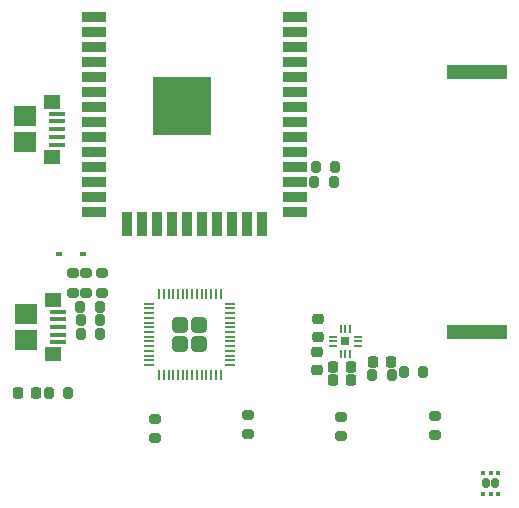
<source format=gtp>
G04 #@! TF.GenerationSoftware,KiCad,Pcbnew,(6.0.7)*
G04 #@! TF.CreationDate,2022-10-27T11:48:24+02:00*
G04 #@! TF.ProjectId,mainControl,6d61696e-436f-46e7-9472-6f6c2e6b6963,rev?*
G04 #@! TF.SameCoordinates,Original*
G04 #@! TF.FileFunction,Paste,Top*
G04 #@! TF.FilePolarity,Positive*
%FSLAX46Y46*%
G04 Gerber Fmt 4.6, Leading zero omitted, Abs format (unit mm)*
G04 Created by KiCad (PCBNEW (6.0.7)) date 2022-10-27 11:48:24*
%MOMM*%
%LPD*%
G01*
G04 APERTURE LIST*
G04 Aperture macros list*
%AMRoundRect*
0 Rectangle with rounded corners*
0 $1 Rounding radius*
0 $2 $3 $4 $5 $6 $7 $8 $9 X,Y pos of 4 corners*
0 Add a 4 corners polygon primitive as box body*
4,1,4,$2,$3,$4,$5,$6,$7,$8,$9,$2,$3,0*
0 Add four circle primitives for the rounded corners*
1,1,$1+$1,$2,$3*
1,1,$1+$1,$4,$5*
1,1,$1+$1,$6,$7*
1,1,$1+$1,$8,$9*
0 Add four rect primitives between the rounded corners*
20,1,$1+$1,$2,$3,$4,$5,0*
20,1,$1+$1,$4,$5,$6,$7,0*
20,1,$1+$1,$6,$7,$8,$9,0*
20,1,$1+$1,$8,$9,$2,$3,0*%
G04 Aperture macros list end*
%ADD10RoundRect,0.200000X-0.275000X0.200000X-0.275000X-0.200000X0.275000X-0.200000X0.275000X0.200000X0*%
%ADD11RoundRect,0.200000X-0.200000X-0.275000X0.200000X-0.275000X0.200000X0.275000X-0.200000X0.275000X0*%
%ADD12RoundRect,0.218750X-0.218750X-0.256250X0.218750X-0.256250X0.218750X0.256250X-0.218750X0.256250X0*%
%ADD13R,2.000000X0.900000*%
%ADD14R,0.900000X2.000000*%
%ADD15R,5.000000X5.000000*%
%ADD16R,5.080000X1.270000*%
%ADD17RoundRect,0.200000X0.275000X-0.200000X0.275000X0.200000X-0.275000X0.200000X-0.275000X-0.200000X0*%
%ADD18RoundRect,0.200000X0.200000X0.275000X-0.200000X0.275000X-0.200000X-0.275000X0.200000X-0.275000X0*%
%ADD19RoundRect,0.225000X0.250000X-0.225000X0.250000X0.225000X-0.250000X0.225000X-0.250000X-0.225000X0*%
%ADD20O,0.200000X0.700000*%
%ADD21O,0.700000X0.200000*%
%ADD22R,0.800000X0.800000*%
%ADD23RoundRect,0.160000X-0.160000X0.245000X-0.160000X-0.245000X0.160000X-0.245000X0.160000X0.245000X0*%
%ADD24RoundRect,0.093750X-0.106250X0.093750X-0.106250X-0.093750X0.106250X-0.093750X0.106250X0.093750X0*%
%ADD25R,0.600000X0.450000*%
%ADD26R,1.400000X0.400000*%
%ADD27R,1.900000X1.750000*%
%ADD28R,1.450000X1.150000*%
%ADD29RoundRect,0.225000X0.225000X0.250000X-0.225000X0.250000X-0.225000X-0.250000X0.225000X-0.250000X0*%
%ADD30RoundRect,0.225000X-0.250000X0.225000X-0.250000X-0.225000X0.250000X-0.225000X0.250000X0.225000X0*%
%ADD31RoundRect,0.249999X0.395001X-0.395001X0.395001X0.395001X-0.395001X0.395001X-0.395001X-0.395001X0*%
%ADD32RoundRect,0.050000X0.050000X-0.387500X0.050000X0.387500X-0.050000X0.387500X-0.050000X-0.387500X0*%
%ADD33RoundRect,0.050000X0.387500X-0.050000X0.387500X0.050000X-0.387500X0.050000X-0.387500X-0.050000X0*%
G04 APERTURE END LIST*
D10*
X75470000Y-154830000D03*
X75470000Y-156480000D03*
D11*
X76075000Y-158800000D03*
X77725000Y-158800000D03*
D12*
X70735000Y-164979533D03*
X72310000Y-164979533D03*
D13*
X77200000Y-133145000D03*
X77200000Y-134415000D03*
X77200000Y-135685000D03*
X77200000Y-136955000D03*
X77200000Y-138225000D03*
X77200000Y-139495000D03*
X77200000Y-140765000D03*
X77200000Y-142035000D03*
X77200000Y-143305000D03*
X77200000Y-144575000D03*
X77200000Y-145845000D03*
X77200000Y-147115000D03*
X77200000Y-148385000D03*
X77200000Y-149655000D03*
D14*
X79985000Y-150655000D03*
X81255000Y-150655000D03*
X82525000Y-150655000D03*
X83795000Y-150655000D03*
X85065000Y-150655000D03*
X86335000Y-150655000D03*
X87605000Y-150655000D03*
X88875000Y-150655000D03*
X90145000Y-150655000D03*
X91415000Y-150655000D03*
D13*
X94200000Y-149655000D03*
X94200000Y-148385000D03*
X94200000Y-147115000D03*
X94200000Y-145845000D03*
X94200000Y-144575000D03*
X94200000Y-143305000D03*
X94200000Y-142035000D03*
X94200000Y-140765000D03*
X94200000Y-139495000D03*
X94200000Y-138225000D03*
X94200000Y-136955000D03*
X94200000Y-135685000D03*
X94200000Y-134415000D03*
X94200000Y-133145000D03*
D15*
X84700000Y-140645000D03*
D16*
X109600000Y-159785000D03*
X109600000Y-137815000D03*
D11*
X76045000Y-157655000D03*
X77695000Y-157655000D03*
D17*
X98150000Y-168625000D03*
X98150000Y-166975000D03*
D18*
X97625000Y-145800000D03*
X95975000Y-145800000D03*
D19*
X96200000Y-160250000D03*
X96200000Y-158700000D03*
D20*
X98100000Y-161675000D03*
X98500000Y-161675000D03*
X98900000Y-161675000D03*
D21*
X99575000Y-161000000D03*
X99575000Y-160600000D03*
X99575000Y-160200000D03*
D20*
X98900000Y-159525000D03*
X98500000Y-159525000D03*
X98100000Y-159525000D03*
D21*
X97425000Y-160200000D03*
X97425000Y-160600000D03*
X97425000Y-161000000D03*
D22*
X98500000Y-160600000D03*
D12*
X97412500Y-163900000D03*
X98987500Y-163900000D03*
D18*
X97525000Y-147100000D03*
X95875000Y-147100000D03*
D23*
X110400000Y-172600000D03*
X111200000Y-172600000D03*
D24*
X111450000Y-171712500D03*
X110800000Y-171712500D03*
X110150000Y-171712500D03*
X110150000Y-173487500D03*
X110800000Y-173487500D03*
X111450000Y-173487500D03*
D18*
X75025000Y-165000000D03*
X73375000Y-165000000D03*
D11*
X103429524Y-163200000D03*
X105079524Y-163200000D03*
X76070000Y-159950000D03*
X77720000Y-159950000D03*
X100775000Y-163400000D03*
X102425000Y-163400000D03*
D25*
X74220000Y-153155000D03*
X76320000Y-153155000D03*
D17*
X82400000Y-168775000D03*
X82400000Y-167125000D03*
X77870000Y-156480000D03*
X77870000Y-154830000D03*
D26*
X74120000Y-158080000D03*
X74120000Y-158730000D03*
X74120000Y-159380000D03*
X74120000Y-160030000D03*
X74120000Y-160680000D03*
D27*
X71470000Y-158255000D03*
D28*
X73700000Y-157060000D03*
D27*
X71470000Y-160505000D03*
D28*
X73700000Y-161700000D03*
D26*
X74050000Y-141325000D03*
X74050000Y-141975000D03*
X74050000Y-142625000D03*
X74050000Y-143275000D03*
X74050000Y-143925000D03*
D28*
X73630000Y-140305000D03*
D27*
X71400000Y-143750000D03*
X71400000Y-141500000D03*
D28*
X73630000Y-144945000D03*
D29*
X98975000Y-162800000D03*
X97425000Y-162800000D03*
D30*
X96100000Y-161500000D03*
X96100000Y-163050000D03*
D31*
X84525000Y-159200000D03*
X86125000Y-160800000D03*
X84525000Y-160800000D03*
X86125000Y-159200000D03*
D32*
X82725000Y-163437500D03*
X83125000Y-163437500D03*
X83525000Y-163437500D03*
X83925000Y-163437500D03*
X84325000Y-163437500D03*
X84725000Y-163437500D03*
X85125000Y-163437500D03*
X85525000Y-163437500D03*
X85925000Y-163437500D03*
X86325000Y-163437500D03*
X86725000Y-163437500D03*
X87125000Y-163437500D03*
X87525000Y-163437500D03*
X87925000Y-163437500D03*
D33*
X88762500Y-162600000D03*
X88762500Y-162200000D03*
X88762500Y-161800000D03*
X88762500Y-161400000D03*
X88762500Y-161000000D03*
X88762500Y-160600000D03*
X88762500Y-160200000D03*
X88762500Y-159800000D03*
X88762500Y-159400000D03*
X88762500Y-159000000D03*
X88762500Y-158600000D03*
X88762500Y-158200000D03*
X88762500Y-157800000D03*
X88762500Y-157400000D03*
D32*
X87925000Y-156562500D03*
X87525000Y-156562500D03*
X87125000Y-156562500D03*
X86725000Y-156562500D03*
X86325000Y-156562500D03*
X85925000Y-156562500D03*
X85525000Y-156562500D03*
X85125000Y-156562500D03*
X84725000Y-156562500D03*
X84325000Y-156562500D03*
X83925000Y-156562500D03*
X83525000Y-156562500D03*
X83125000Y-156562500D03*
X82725000Y-156562500D03*
D33*
X81887500Y-157400000D03*
X81887500Y-157800000D03*
X81887500Y-158200000D03*
X81887500Y-158600000D03*
X81887500Y-159000000D03*
X81887500Y-159400000D03*
X81887500Y-159800000D03*
X81887500Y-160200000D03*
X81887500Y-160600000D03*
X81887500Y-161000000D03*
X81887500Y-161400000D03*
X81887500Y-161800000D03*
X81887500Y-162200000D03*
X81887500Y-162600000D03*
D17*
X106050000Y-168525000D03*
X106050000Y-166875000D03*
X90250000Y-168475000D03*
X90250000Y-166825000D03*
D10*
X76570000Y-154830000D03*
X76570000Y-156480000D03*
D29*
X102375000Y-162300000D03*
X100825000Y-162300000D03*
M02*

</source>
